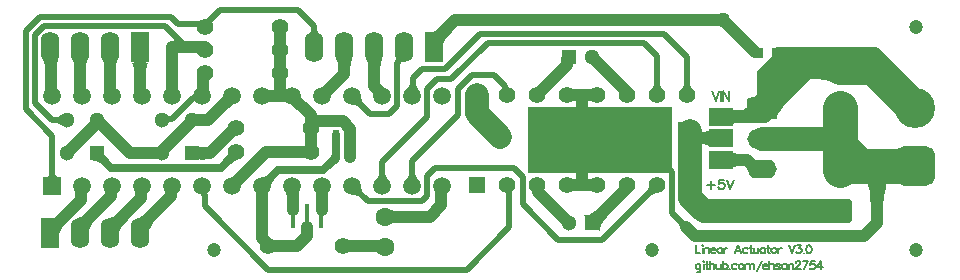
<source format=gtl>
G04*
G04 #@! TF.GenerationSoftware,Altium Limited,Altium Designer,21.4.1 (30)*
G04*
G04 Layer_Physical_Order=1*
G04 Layer_Color=255*
%FSLAX44Y44*%
%MOMM*%
G71*
G04*
G04 #@! TF.SameCoordinates,BDAD26CE-3B89-4697-9247-DFE5EB3C9538*
G04*
G04*
G04 #@! TF.FilePolarity,Positive*
G04*
G01*
G75*
%ADD12C,0.2000*%
G04:AMPARAMS|DCode=22|XSize=3.4mm|YSize=3.4mm|CornerRadius=0.85mm|HoleSize=0mm|Usage=FLASHONLY|Rotation=0.000|XOffset=0mm|YOffset=0mm|HoleType=Round|Shape=RoundedRectangle|*
%AMROUNDEDRECTD22*
21,1,3.4000,1.7000,0,0,0.0*
21,1,1.7000,3.4000,0,0,0.0*
1,1,1.7000,0.8500,-0.8500*
1,1,1.7000,-0.8500,-0.8500*
1,1,1.7000,-0.8500,0.8500*
1,1,1.7000,0.8500,0.8500*
%
%ADD22ROUNDEDRECTD22*%
%ADD23C,3.4000*%
%ADD24R,0.6000X0.8500*%
%ADD25R,0.4000X2.0000*%
%ADD26R,2.0000X1.5000*%
%ADD46C,1.3000*%
%ADD47R,1.3000X1.3000*%
%ADD50C,0.5000*%
%ADD51C,1.0000*%
%ADD52C,2.0000*%
%ADD53C,0.7000*%
%ADD54C,3.0000*%
%ADD55R,12.1920X5.5880*%
%ADD56C,1.2000*%
%ADD57C,1.3970*%
%ADD58O,1.6000X2.6000*%
%ADD59R,1.6000X2.6000*%
%ADD60C,1.4000*%
%ADD61R,1.4000X1.4000*%
%ADD62R,1.3000X1.3000*%
%ADD63R,2.5000X1.8000*%
%ADD64O,2.5000X1.6000*%
G04:AMPARAMS|DCode=65|XSize=2mm|YSize=2mm|CornerRadius=0.25mm|HoleSize=0mm|Usage=FLASHONLY|Rotation=270.000|XOffset=0mm|YOffset=0mm|HoleType=Round|Shape=RoundedRectangle|*
%AMROUNDEDRECTD65*
21,1,2.0000,1.5000,0,0,270.0*
21,1,1.5000,2.0000,0,0,270.0*
1,1,0.5000,-0.7500,-0.7500*
1,1,0.5000,-0.7500,0.7500*
1,1,0.5000,0.7500,0.7500*
1,1,0.5000,0.7500,-0.7500*
%
%ADD65ROUNDEDRECTD65*%
%ADD66C,2.0000*%
%ADD67C,1.5000*%
%ADD68R,1.5000X1.5000*%
%ADD69C,1.6000*%
%ADD70C,1.2700*%
G36*
X915021Y1098250D02*
X913038Y1096196D01*
X909920Y1092515D01*
X908786Y1090888D01*
X907934Y1089403D01*
X907365Y1088060D01*
X907080Y1086859D01*
X907077Y1085800D01*
X907356Y1084882D01*
X907919Y1084107D01*
X893807Y1098219D01*
X894582Y1097656D01*
X895500Y1097377D01*
X896559Y1097380D01*
X897760Y1097665D01*
X899103Y1098234D01*
X900588Y1099086D01*
X902215Y1100220D01*
X903985Y1101637D01*
X907950Y1105321D01*
X915021Y1098250D01*
D02*
G37*
G36*
X800903Y1101671D02*
X801083Y1099686D01*
X801241Y1098880D01*
X801444Y1098197D01*
X801692Y1097639D01*
X801986Y1097205D01*
X802324Y1096895D01*
X802708Y1096709D01*
X803137Y1096647D01*
X793623D01*
X794052Y1096709D01*
X794436Y1096895D01*
X794774Y1097205D01*
X795068Y1097639D01*
X795316Y1098197D01*
X795519Y1098880D01*
X795677Y1099686D01*
X795790Y1100617D01*
X795857Y1101671D01*
X795880Y1102850D01*
X800880D01*
X800903Y1101671D01*
D02*
G37*
G36*
X682851Y1095905D02*
X688524Y1090937D01*
X689090Y1090591D01*
X689546Y1090384D01*
X689894Y1090315D01*
X686964Y1087385D01*
X689891Y1085315D01*
Y1080315D01*
Y1080315D01*
X679137Y1090315D01*
X679523Y1090350D01*
X679794Y1090456D01*
X679950Y1090633D01*
X679991Y1090881D01*
X679917Y1091199D01*
X679728Y1091588D01*
X679423Y1092047D01*
X678469Y1093179D01*
X677820Y1093850D01*
X678019Y1093709D01*
X681526Y1097216D01*
X682851Y1095905D01*
D02*
G37*
G36*
X1234232Y1056398D02*
X1233578Y1056764D01*
X1232629Y1057092D01*
X1231382Y1057381D01*
X1229839Y1057631D01*
X1225863Y1058016D01*
X1217673Y1058305D01*
X1214350Y1058324D01*
Y1066522D01*
X1197113Y1049285D01*
X1204156Y1043988D01*
X1201469Y1041243D01*
X1195105Y1034009D01*
X1193549Y1031932D01*
X1192276Y1030021D01*
X1191286Y1028278D01*
X1190579Y1026701D01*
X1190155Y1025291D01*
X1190014Y1024048D01*
X1177544Y1033018D01*
X1173480D01*
Y1035941D01*
X1165074Y1041988D01*
X1166887Y1042129D01*
X1168807Y1042553D01*
X1170834Y1043260D01*
X1172967Y1044250D01*
X1173480Y1044541D01*
Y1065051D01*
X1188437Y1080008D01*
X1227836D01*
X1226786Y1078958D01*
X1231382Y1079268D01*
X1232629Y1079556D01*
X1233578Y1079884D01*
X1234232Y1080250D01*
Y1056398D01*
D02*
G37*
G36*
X856123Y1076276D02*
X855715Y1075254D01*
X855355Y1074148D01*
X855043Y1072959D01*
X854564Y1070331D01*
X854396Y1068891D01*
X854204Y1065763D01*
X854180Y1064074D01*
X844180D01*
X844156Y1065763D01*
X843796Y1070331D01*
X843580Y1071686D01*
X843005Y1074148D01*
X842645Y1075254D01*
X842237Y1076276D01*
X841781Y1077215D01*
X856579D01*
X856123Y1076276D01*
D02*
G37*
G36*
X830723D02*
X830315Y1075254D01*
X829955Y1074148D01*
X829643Y1072959D01*
X829164Y1070331D01*
X828996Y1068891D01*
X828804Y1065763D01*
X828780Y1064074D01*
X818780D01*
X818756Y1065763D01*
X818396Y1070331D01*
X818180Y1071686D01*
X817605Y1074148D01*
X817245Y1075254D01*
X816837Y1076276D01*
X816382Y1077215D01*
X831179D01*
X830723Y1076276D01*
D02*
G37*
G36*
X632539Y1075976D02*
X632131Y1074954D01*
X631771Y1073848D01*
X631460Y1072659D01*
X630980Y1070031D01*
X630812Y1068591D01*
X630620Y1065463D01*
X630596Y1063774D01*
X620596D01*
X620572Y1065463D01*
X620212Y1070031D01*
X619996Y1071386D01*
X619421Y1073848D01*
X619061Y1074954D01*
X618653Y1075976D01*
X618198Y1076915D01*
X632994D01*
X632539Y1075976D01*
D02*
G37*
G36*
X607139D02*
X606731Y1074954D01*
X606371Y1073848D01*
X606059Y1072659D01*
X605580Y1070031D01*
X605412Y1068591D01*
X605220Y1065463D01*
X605196Y1063774D01*
X595196D01*
X595172Y1065463D01*
X594812Y1070031D01*
X594596Y1071386D01*
X594021Y1073848D01*
X593661Y1074954D01*
X593253Y1075976D01*
X592798Y1076915D01*
X607594D01*
X607139Y1075976D01*
D02*
G37*
G36*
X581908Y1076285D02*
X581652Y1075521D01*
X581426Y1074623D01*
X581230Y1073592D01*
X580929Y1071128D01*
X580748Y1068130D01*
X580688Y1064597D01*
X570688Y1063139D01*
X570662Y1064934D01*
X570280Y1069578D01*
X570050Y1070879D01*
X569770Y1072057D01*
X569438Y1073111D01*
X569056Y1074041D01*
X568622Y1074848D01*
X568138Y1075531D01*
X582195Y1076915D01*
X581908Y1076285D01*
D02*
G37*
G36*
X658401Y1071910D02*
X657896Y1071610D01*
X657451Y1071111D01*
X657065Y1070411D01*
X656738Y1069510D01*
X656471Y1068410D01*
X656263Y1067111D01*
X656115Y1065611D01*
X655996Y1062010D01*
X645996D01*
X645966Y1063911D01*
X645729Y1067111D01*
X645521Y1068410D01*
X645254Y1069510D01*
X644927Y1070411D01*
X644541Y1071111D01*
X644096Y1071610D01*
X643591Y1071910D01*
X643027Y1072010D01*
X658966D01*
X658401Y1071910D01*
D02*
G37*
G36*
X1116568Y1054511D02*
X1116640Y1053865D01*
X1116760Y1053239D01*
X1116928Y1052634D01*
X1117144Y1052050D01*
X1117408Y1051487D01*
X1117720Y1050944D01*
X1118080Y1050421D01*
X1118488Y1049920D01*
X1118944Y1049439D01*
X1109144D01*
X1109600Y1049920D01*
X1110008Y1050421D01*
X1110368Y1050944D01*
X1110680Y1051487D01*
X1110944Y1052050D01*
X1111160Y1052634D01*
X1111328Y1053239D01*
X1111448Y1053865D01*
X1111520Y1054511D01*
X1111544Y1055178D01*
X1116544D01*
X1116568Y1054511D01*
D02*
G37*
G36*
X1091168D02*
X1091240Y1053865D01*
X1091360Y1053239D01*
X1091528Y1052634D01*
X1091744Y1052050D01*
X1092008Y1051487D01*
X1092320Y1050944D01*
X1092680Y1050421D01*
X1093088Y1049920D01*
X1093544Y1049439D01*
X1083744D01*
X1084200Y1049920D01*
X1084608Y1050421D01*
X1084968Y1050944D01*
X1085280Y1051487D01*
X1085544Y1052050D01*
X1085760Y1052634D01*
X1085928Y1053239D01*
X1086048Y1053865D01*
X1086120Y1054511D01*
X1086144Y1055178D01*
X1091144D01*
X1091168Y1054511D01*
D02*
G37*
G36*
X683180Y1054030D02*
X683430Y1049296D01*
X672930Y1049296D01*
X672978Y1049388D01*
X673020Y1049564D01*
X673057Y1049825D01*
X673118Y1050602D01*
X673177Y1053175D01*
X673180Y1054030D01*
X683180Y1054030D01*
D02*
G37*
G36*
X884402Y1055304D02*
X884428Y1054616D01*
X884505Y1053939D01*
X884635Y1053272D01*
X884816Y1052617D01*
X885049Y1051973D01*
X885334Y1051340D01*
X885670Y1050718D01*
X886058Y1050107D01*
X886498Y1049507D01*
X886990Y1048918D01*
X876516Y1049649D01*
X877064Y1050152D01*
X877555Y1050677D01*
X877988Y1051224D01*
X878363Y1051793D01*
X878680Y1052385D01*
X878940Y1052999D01*
X879142Y1053634D01*
X879286Y1054292D01*
X879373Y1054972D01*
X879402Y1055675D01*
X884402Y1055304D01*
D02*
G37*
G36*
X580693Y1053861D02*
X580917Y1050469D01*
X580987Y1050191D01*
X581067Y1049996D01*
X581156Y1049883D01*
X570730Y1048634D01*
X570688Y1053081D01*
X580688Y1054715D01*
X580693Y1053861D01*
D02*
G37*
G36*
X709537Y1052997D02*
X709470Y1048583D01*
X699056Y1049922D01*
X699147Y1050036D01*
X699229Y1050232D01*
X699301Y1050510D01*
X699364Y1050870D01*
X699417Y1051312D01*
X699518Y1053133D01*
X699537Y1054757D01*
X709537Y1052997D01*
D02*
G37*
G36*
X656002Y1054364D02*
X656215Y1051337D01*
X656294Y1050977D01*
X656386Y1050700D01*
X656489Y1050504D01*
X656605Y1050391D01*
X646407Y1047894D01*
X645996Y1051638D01*
X655996Y1055216D01*
X656002Y1054364D01*
D02*
G37*
G36*
X630602D02*
X630815Y1051337D01*
X630895Y1050977D01*
X630986Y1050700D01*
X631090Y1050504D01*
X631205Y1050391D01*
X621007Y1047894D01*
X620596Y1051638D01*
X630596Y1055216D01*
X630602Y1054364D01*
D02*
G37*
G36*
X605202D02*
X605415Y1051337D01*
X605494Y1050977D01*
X605586Y1050700D01*
X605690Y1050504D01*
X605805Y1050391D01*
X595607Y1047894D01*
X595196Y1051638D01*
X605196Y1055216D01*
X605202Y1054364D01*
D02*
G37*
G36*
X815850Y1047539D02*
X812680Y1044015D01*
X805255Y1051440D01*
X805353Y1051471D01*
X805508Y1051565D01*
X805719Y1051723D01*
X806311Y1052231D01*
X808173Y1054007D01*
X808779Y1054610D01*
X815850Y1047539D01*
D02*
G37*
G36*
X838097Y1043109D02*
X838165Y1042379D01*
X838284Y1041677D01*
X838453Y1041002D01*
X838673Y1040355D01*
X838943Y1039735D01*
X839264Y1039141D01*
X839635Y1038576D01*
X840057Y1038037D01*
X840530Y1037526D01*
X836994Y1033990D01*
X836483Y1034463D01*
X835944Y1034885D01*
X835378Y1035256D01*
X834785Y1035577D01*
X834165Y1035847D01*
X833518Y1036067D01*
X832843Y1036236D01*
X832141Y1036355D01*
X831412Y1036423D01*
X830655Y1036440D01*
X838080Y1043865D01*
X838097Y1043109D01*
D02*
G37*
G36*
X728905Y1036440D02*
X728807Y1036409D01*
X728652Y1036315D01*
X728441Y1036156D01*
X727849Y1035649D01*
X725987Y1033873D01*
X725381Y1033270D01*
X718310Y1040341D01*
X721480Y1043865D01*
X728905Y1036440D01*
D02*
G37*
G36*
X1165074Y1024048D02*
X1162461Y1023336D01*
Y1021321D01*
X1160562Y1021296D01*
X1156061Y1020926D01*
X1154961Y1020704D01*
X1154062Y1020432D01*
X1153362Y1020111D01*
X1152861Y1019741D01*
X1152561Y1019321D01*
X1152461Y1018851D01*
Y1033791D01*
X1152561Y1033321D01*
X1152861Y1032902D01*
X1153362Y1032531D01*
X1154062Y1032210D01*
X1154961Y1031938D01*
X1156061Y1031716D01*
X1157362Y1031543D01*
X1158286Y1031486D01*
X1158681Y1031521D01*
X1160185Y1031771D01*
X1161488Y1032121D01*
X1162591Y1032571D01*
X1163494Y1033121D01*
X1164197Y1033771D01*
X1164700Y1034521D01*
X1165002Y1035371D01*
X1165105Y1036321D01*
X1165074Y1024048D01*
D02*
G37*
G36*
X583884Y1018805D02*
X583494Y1019213D01*
X583076Y1019578D01*
X582631Y1019900D01*
X582157Y1020179D01*
X581656Y1020415D01*
X581127Y1020608D01*
X580570Y1020758D01*
X579986Y1020865D01*
X579374Y1020930D01*
X578734Y1020951D01*
X579036Y1025951D01*
X579670Y1025971D01*
X580283Y1026029D01*
X580874Y1026126D01*
X581442Y1026262D01*
X581989Y1026436D01*
X582513Y1026650D01*
X583016Y1026902D01*
X583496Y1027193D01*
X583954Y1027523D01*
X584390Y1027891D01*
X583884Y1018805D01*
D02*
G37*
G36*
X1099526Y1013254D02*
X1099446Y1013104D01*
X1099376Y1012855D01*
X1099315Y1012505D01*
X1099263Y1012055D01*
X1099165Y1010105D01*
X1099146Y1008305D01*
X1094146D01*
X1094141Y1009255D01*
X1093916Y1012855D01*
X1093846Y1013104D01*
X1093766Y1013254D01*
X1093677Y1013305D01*
X1099615D01*
X1099526Y1013254D01*
D02*
G37*
G36*
X1132776Y1000564D02*
X1132676Y1001033D01*
X1132376Y1001452D01*
X1131877Y1001823D01*
X1131177Y1002144D01*
X1130276Y1002416D01*
X1129176Y1002638D01*
X1127877Y1002811D01*
X1124677Y1003008D01*
X1122776Y1003033D01*
Y1013033D01*
X1124677Y1013058D01*
X1129176Y1013428D01*
X1130276Y1013650D01*
X1131177Y1013922D01*
X1131877Y1014243D01*
X1132376Y1014613D01*
X1132676Y1015033D01*
X1132776Y1015502D01*
Y1000564D01*
D02*
G37*
G36*
X1099151Y1004457D02*
X1099376Y1000857D01*
X1099446Y1000608D01*
X1099526Y1000458D01*
X1099615Y1000407D01*
X1093677D01*
X1093766Y1000458D01*
X1093846Y1000608D01*
X1093916Y1000857D01*
X1093977Y1001208D01*
X1094029Y1001657D01*
X1094127Y1003607D01*
X1094146Y1005407D01*
X1099146D01*
X1099151Y1004457D01*
D02*
G37*
G36*
X701750Y1001280D02*
X701996Y1001031D01*
X702406Y1000810D01*
X702980Y1000619D01*
X703719Y1000457D01*
X704622Y1000325D01*
X706919Y1000149D01*
X709874Y1000090D01*
Y990090D01*
X708314Y990075D01*
X703719Y989723D01*
X702980Y989561D01*
X702406Y989370D01*
X701996Y989149D01*
X701750Y988900D01*
X701667Y988621D01*
Y1001560D01*
X701750Y1001280D01*
D02*
G37*
G36*
X732466Y988949D02*
X732069Y988926D01*
X731656Y988847D01*
X731227Y988712D01*
X730781Y988522D01*
X730320Y988277D01*
X729843Y987977D01*
X729349Y987621D01*
X728840Y987210D01*
X727773Y986221D01*
X722823Y991171D01*
X723345Y991712D01*
X724223Y992747D01*
X724579Y993241D01*
X724879Y993718D01*
X725124Y994179D01*
X725314Y994625D01*
X725449Y995054D01*
X725528Y995467D01*
X725551Y995864D01*
X732466Y988949D01*
D02*
G37*
G36*
X620246Y997976D02*
X620047Y997332D01*
Y996590D01*
X620246Y995748D01*
X620642Y994808D01*
X621236Y993768D01*
X622027Y992630D01*
X623017Y991392D01*
X625591Y988621D01*
X620642Y983671D01*
X619206Y985057D01*
X616632Y987235D01*
X615494Y988027D01*
X614454Y988621D01*
X613514Y989016D01*
X612672Y989214D01*
X611930D01*
X611287Y989016D01*
X610742Y988621D01*
X620642Y998520D01*
X620246Y997976D01*
D02*
G37*
G36*
X819454Y987651D02*
X819026Y987601D01*
X818539Y987452D01*
X817993Y987205D01*
X817388Y986859D01*
X816724Y986413D01*
X816001Y985869D01*
X814376Y984483D01*
X812514Y982701D01*
X808565Y988651D01*
X809505Y989616D01*
X811733Y992217D01*
X812277Y992985D01*
X812722Y993704D01*
X813069Y994374D01*
X813316Y994995D01*
X813465Y995567D01*
X813514Y996089D01*
X819454Y987651D01*
D02*
G37*
G36*
X1152561Y996491D02*
X1152861Y996071D01*
X1153362Y995701D01*
X1154062Y995380D01*
X1154961Y995108D01*
X1156061Y994886D01*
X1157362Y994713D01*
X1160562Y994516D01*
X1162461Y994491D01*
Y984491D01*
X1160562Y984466D01*
X1156061Y984096D01*
X1154961Y983874D01*
X1154062Y983602D01*
X1153362Y983281D01*
X1152861Y982911D01*
X1152561Y982491D01*
X1152461Y982021D01*
Y996961D01*
X1152561Y996491D01*
D02*
G37*
G36*
X579105Y979254D02*
X579180Y978399D01*
X579305Y977644D01*
X579480Y976990D01*
X579705Y976437D01*
X579980Y975984D01*
X580305Y975632D01*
X580680Y975380D01*
X581105Y975229D01*
X581580Y975179D01*
X571580D01*
X572055Y975229D01*
X572480Y975380D01*
X572855Y975632D01*
X573180Y975984D01*
X573455Y976437D01*
X573680Y976990D01*
X573855Y977644D01*
X573980Y978399D01*
X574055Y979254D01*
X574080Y980210D01*
X579080D01*
X579105Y979254D01*
D02*
G37*
G36*
X883907Y978615D02*
X883990Y977936D01*
X884128Y977273D01*
X884320Y976627D01*
X884567Y975998D01*
X884870Y975384D01*
X885228Y974788D01*
X885640Y974207D01*
X886107Y973643D01*
X886630Y973096D01*
X876130D01*
X876653Y973643D01*
X877120Y974207D01*
X877533Y974788D01*
X877890Y975384D01*
X878193Y975998D01*
X878440Y976627D01*
X878633Y977273D01*
X878770Y977936D01*
X878852Y978615D01*
X878880Y979311D01*
X883880D01*
X883907Y978615D01*
D02*
G37*
G36*
X858508D02*
X858590Y977936D01*
X858727Y977273D01*
X858920Y976627D01*
X859167Y975998D01*
X859470Y975384D01*
X859827Y974788D01*
X860240Y974207D01*
X860707Y973643D01*
X861230Y973096D01*
X850730D01*
X851253Y973643D01*
X851720Y974207D01*
X852132Y974788D01*
X852490Y975384D01*
X852793Y975998D01*
X853040Y976627D01*
X853232Y977273D01*
X853370Y977936D01*
X853453Y978615D01*
X853480Y979311D01*
X858480D01*
X858508Y978615D01*
D02*
G37*
G36*
X766451Y974861D02*
X764383Y972778D01*
X764182Y972567D01*
X763265Y971452D01*
X762893Y970907D01*
X762579Y970371D01*
X762324Y969843D01*
X762126Y969323D01*
X761986Y968812D01*
X761904Y968309D01*
X761880Y967815D01*
X760664Y969031D01*
X759380Y967737D01*
X754377Y972740D01*
X754458Y972811D01*
X755542Y973871D01*
X755683Y974012D01*
X754455Y975240D01*
X754949Y975264D01*
X755452Y975346D01*
X755963Y975486D01*
X756483Y975684D01*
X757011Y975939D01*
X757547Y976253D01*
X758092Y976625D01*
X758645Y977054D01*
X759207Y977542D01*
X759639Y977955D01*
X761501Y979811D01*
X766451Y974861D01*
D02*
G37*
G36*
X739650Y971339D02*
X736480Y967815D01*
X729055Y975240D01*
X729153Y975271D01*
X729308Y975365D01*
X729519Y975524D01*
X730111Y976031D01*
X731973Y977807D01*
X732579Y978410D01*
X739650Y971339D01*
D02*
G37*
G36*
X1088574Y961240D02*
X1087912Y961223D01*
X1087268Y961157D01*
X1086645Y961042D01*
X1086040Y960879D01*
X1085455Y960667D01*
X1084889Y960406D01*
X1084342Y960097D01*
X1083815Y959740D01*
X1083307Y959334D01*
X1082819Y958879D01*
X1079283Y962415D01*
X1079738Y962903D01*
X1080144Y963411D01*
X1080501Y963938D01*
X1080810Y964485D01*
X1081071Y965051D01*
X1081283Y965636D01*
X1081446Y966241D01*
X1081561Y966864D01*
X1081627Y967507D01*
X1081644Y968170D01*
X1088574Y961240D01*
D02*
G37*
G36*
X838097Y966908D02*
X838165Y966179D01*
X838284Y965477D01*
X838453Y964802D01*
X838673Y964155D01*
X838943Y963535D01*
X839264Y962942D01*
X839635Y962376D01*
X840057Y961837D01*
X840530Y961326D01*
X836994Y957790D01*
X836483Y958263D01*
X835944Y958685D01*
X835378Y959056D01*
X834785Y959377D01*
X834165Y959647D01*
X833518Y959867D01*
X832843Y960036D01*
X832141Y960155D01*
X831412Y960223D01*
X830655Y960240D01*
X838080Y967665D01*
X838097Y966908D01*
D02*
G37*
G36*
X759583Y962292D02*
X759540Y962116D01*
X759502Y961855D01*
X759443Y961078D01*
X759382Y958505D01*
X759380Y957650D01*
X749380D01*
X749130Y962384D01*
X759630D01*
X759583Y962292D01*
D02*
G37*
G36*
X785152Y962461D02*
X785121Y962294D01*
X785093Y962040D01*
X785032Y960764D01*
X785003Y957858D01*
X775003Y957458D01*
X775000Y958313D01*
X774751Y962131D01*
X774692Y962230D01*
X785187Y962542D01*
X785152Y962461D01*
D02*
G37*
G36*
X810079Y962061D02*
X810007Y961954D01*
X809943Y961765D01*
X809887Y961492D01*
X809838Y961137D01*
X809763Y960176D01*
X809703Y957257D01*
X799703Y958116D01*
X799600Y962729D01*
X810079Y962061D01*
D02*
G37*
G36*
X911304Y961758D02*
X911213Y961644D01*
X911131Y961448D01*
X911059Y961170D01*
X910996Y960810D01*
X910944Y960368D01*
X910843Y958547D01*
X910823Y956923D01*
X900823Y958683D01*
X900890Y963097D01*
X911304Y961758D01*
D02*
G37*
G36*
X606431Y961704D02*
X606354Y961602D01*
X606284Y961416D01*
X606223Y961147D01*
X606170Y960795D01*
X606089Y959838D01*
X606027Y957777D01*
X606023Y956923D01*
X596023Y958683D01*
X596146Y963027D01*
X606431Y961704D01*
D02*
G37*
G36*
X1284627Y972579D02*
X1283672Y970786D01*
X1282831Y968547D01*
X1282101Y965862D01*
X1281483Y962730D01*
X1280978Y959153D01*
X1280305Y950661D01*
X1280080Y940384D01*
X1270080D01*
X1270024Y945745D01*
X1268677Y962730D01*
X1268059Y965862D01*
X1267329Y968547D01*
X1266488Y970786D01*
X1265533Y972579D01*
X1264467Y973926D01*
X1285693D01*
X1284627Y972579D01*
D02*
G37*
G36*
X593272Y941035D02*
X590744Y938436D01*
X585113Y931749D01*
X583886Y929889D01*
X582985Y928213D01*
X582410Y926722D01*
X582159Y925416D01*
X582234Y924294D01*
X582635Y923357D01*
X571348Y940293D01*
X571996Y939604D01*
X572814Y939225D01*
X573803Y939158D01*
X574962Y939401D01*
X576291Y939956D01*
X577790Y940822D01*
X579460Y941998D01*
X581300Y943486D01*
X585490Y947395D01*
X593272Y941035D01*
D02*
G37*
G36*
X864392Y947064D02*
X864635Y946962D01*
X864960Y946872D01*
X865368Y946794D01*
X865860Y946728D01*
X867093Y946632D01*
X869565Y946578D01*
Y936578D01*
X868658Y936572D01*
X865368Y936362D01*
X864960Y936284D01*
X864635Y936194D01*
X864392Y936092D01*
X864233Y935978D01*
Y947178D01*
X864392Y947064D01*
D02*
G37*
G36*
X1106497Y943024D02*
X1112169Y938055D01*
X1112735Y937710D01*
X1113191Y937503D01*
X1113539Y937434D01*
X1108536Y932431D01*
X1108467Y932779D01*
X1108260Y933235D01*
X1107915Y933801D01*
X1107431Y934475D01*
X1106051Y936148D01*
X1102946Y939473D01*
X1101635Y940799D01*
X1105171Y944335D01*
X1106497Y943024D01*
D02*
G37*
G36*
X1047235Y942713D02*
X1045891Y941311D01*
X1043628Y938579D01*
X1042709Y937249D01*
X1041931Y935943D01*
X1041295Y934661D01*
X1040800Y933403D01*
X1040446Y932170D01*
X1040234Y930960D01*
X1040163Y929774D01*
X1027225Y942713D01*
X1028410Y942784D01*
X1029620Y942996D01*
X1030854Y943350D01*
X1032111Y943845D01*
X1033393Y944481D01*
X1034699Y945259D01*
X1036029Y946178D01*
X1037383Y947239D01*
X1038761Y948441D01*
X1040163Y949785D01*
X1047235Y942713D01*
D02*
G37*
G36*
X615052Y940675D02*
X613146Y938699D01*
X610140Y935130D01*
X609040Y933537D01*
X608208Y932071D01*
X607644Y930733D01*
X607349Y929522D01*
X607322Y928439D01*
X607564Y927484D01*
X608074Y926656D01*
X597031Y939753D01*
X597901Y940061D01*
X598813Y940470D01*
X599767Y940980D01*
X600763Y941592D01*
X602881Y943119D01*
X604003Y944035D01*
X607623Y947388D01*
X615052Y940675D01*
D02*
G37*
G36*
X665891Y940278D02*
X663988Y938305D01*
X660983Y934737D01*
X659881Y933142D01*
X659046Y931673D01*
X658478Y930330D01*
X658176Y929113D01*
X658142Y928023D01*
X658374Y927058D01*
X658874Y926220D01*
X647831Y939753D01*
X648818Y940094D01*
X649829Y940529D01*
X650865Y941057D01*
X651927Y941677D01*
X654124Y943196D01*
X655261Y944095D01*
X657609Y946172D01*
X658820Y947349D01*
X665891Y940278D01*
D02*
G37*
G36*
X640575Y938812D02*
X638744Y936910D01*
X635828Y933432D01*
X634744Y931855D01*
X633910Y930387D01*
X633324Y929026D01*
X632988Y927775D01*
X632901Y926631D01*
X633063Y925596D01*
X633474Y924670D01*
X623934Y940208D01*
X624819Y940354D01*
X625748Y940620D01*
X626719Y941007D01*
X627734Y941515D01*
X628791Y942144D01*
X629891Y942894D01*
X631034Y943764D01*
X633449Y945867D01*
X634721Y947100D01*
X640575Y938812D01*
D02*
G37*
G36*
X852547Y910856D02*
X852380Y910990D01*
X852132Y911109D01*
X851802Y911215D01*
X851389Y911306D01*
X850894Y911383D01*
X849658Y911496D01*
X848094Y911552D01*
X847188Y911559D01*
X847800Y921559D01*
X848709Y921564D01*
X852385Y921796D01*
X852702Y921869D01*
X852933Y921952D01*
X853080Y922044D01*
X852547Y910856D01*
D02*
G37*
D12*
X1121378Y917419D02*
Y910420D01*
X1125377D01*
X1126810Y917419D02*
X1127143Y917085D01*
X1127477Y917419D01*
X1127143Y917752D01*
X1126810Y917419D01*
X1127143Y915086D02*
Y910420D01*
X1128710Y915086D02*
Y910420D01*
Y913753D02*
X1129710Y914753D01*
X1130376Y915086D01*
X1131376D01*
X1132042Y914753D01*
X1132376Y913753D01*
Y910420D01*
X1134209Y913086D02*
X1138208D01*
Y913753D01*
X1137875Y914419D01*
X1137541Y914753D01*
X1136875Y915086D01*
X1135875D01*
X1135208Y914753D01*
X1134542Y914086D01*
X1134209Y913086D01*
Y912420D01*
X1134542Y911420D01*
X1135208Y910754D01*
X1135875Y910420D01*
X1136875D01*
X1137541Y910754D01*
X1138208Y911420D01*
X1143707Y915086D02*
Y910420D01*
Y914086D02*
X1143040Y914753D01*
X1142374Y915086D01*
X1141374D01*
X1140707Y914753D01*
X1140041Y914086D01*
X1139707Y913086D01*
Y912420D01*
X1140041Y911420D01*
X1140707Y910754D01*
X1141374Y910420D01*
X1142374D01*
X1143040Y910754D01*
X1143707Y911420D01*
X1145573Y915086D02*
Y910420D01*
Y913086D02*
X1145906Y914086D01*
X1146573Y914753D01*
X1147239Y915086D01*
X1148239D01*
X1159703Y910420D02*
X1157037Y917419D01*
X1154371Y910420D01*
X1155371Y912753D02*
X1158703D01*
X1165335Y914086D02*
X1164669Y914753D01*
X1164002Y915086D01*
X1163002D01*
X1162336Y914753D01*
X1161669Y914086D01*
X1161336Y913086D01*
Y912420D01*
X1161669Y911420D01*
X1162336Y910754D01*
X1163002Y910420D01*
X1164002D01*
X1164669Y910754D01*
X1165335Y911420D01*
X1167835Y917419D02*
Y911753D01*
X1168168Y910754D01*
X1168835Y910420D01*
X1169501D01*
X1166835Y915086D02*
X1169168D01*
X1170501D02*
Y911753D01*
X1170834Y910754D01*
X1171501Y910420D01*
X1172500D01*
X1173167Y910754D01*
X1174167Y911753D01*
Y915086D02*
Y910420D01*
X1179999Y915086D02*
Y910420D01*
Y914086D02*
X1179332Y914753D01*
X1178666Y915086D01*
X1177666D01*
X1176999Y914753D01*
X1176333Y914086D01*
X1176000Y913086D01*
Y912420D01*
X1176333Y911420D01*
X1176999Y910754D01*
X1177666Y910420D01*
X1178666D01*
X1179332Y910754D01*
X1179999Y911420D01*
X1182865Y917419D02*
Y911753D01*
X1183198Y910754D01*
X1183865Y910420D01*
X1184531D01*
X1181865Y915086D02*
X1184198D01*
X1187197D02*
X1186531Y914753D01*
X1185864Y914086D01*
X1185531Y913086D01*
Y912420D01*
X1185864Y911420D01*
X1186531Y910754D01*
X1187197Y910420D01*
X1188197D01*
X1188864Y910754D01*
X1189530Y911420D01*
X1189863Y912420D01*
Y913086D01*
X1189530Y914086D01*
X1188864Y914753D01*
X1188197Y915086D01*
X1187197D01*
X1191396D02*
Y910420D01*
Y913086D02*
X1191730Y914086D01*
X1192396Y914753D01*
X1193063Y915086D01*
X1194062D01*
X1200194Y917419D02*
X1202861Y910420D01*
X1205527Y917419D02*
X1202861Y910420D01*
X1207093Y917419D02*
X1210759D01*
X1208759Y914753D01*
X1209759D01*
X1210426Y914419D01*
X1210759Y914086D01*
X1211092Y913086D01*
Y912420D01*
X1210759Y911420D01*
X1210092Y910754D01*
X1209093Y910420D01*
X1208093D01*
X1207093Y910754D01*
X1206760Y911087D01*
X1206426Y911753D01*
X1212992Y911087D02*
X1212658Y910754D01*
X1212992Y910420D01*
X1213325Y910754D01*
X1212992Y911087D01*
X1216858Y917419D02*
X1215858Y917085D01*
X1215191Y916086D01*
X1214858Y914419D01*
Y913420D01*
X1215191Y911753D01*
X1215858Y910754D01*
X1216858Y910420D01*
X1217524D01*
X1218524Y910754D01*
X1219191Y911753D01*
X1219524Y913420D01*
Y914419D01*
X1219191Y916086D01*
X1218524Y917085D01*
X1217524Y917419D01*
X1216858D01*
X1125377Y901554D02*
Y896222D01*
X1125044Y895222D01*
X1124711Y894889D01*
X1124044Y894556D01*
X1123044D01*
X1122378Y894889D01*
X1125377Y900555D02*
X1124711Y901221D01*
X1124044Y901554D01*
X1123044D01*
X1122378Y901221D01*
X1121711Y900555D01*
X1121378Y899555D01*
Y898888D01*
X1121711Y897889D01*
X1122378Y897222D01*
X1123044Y896889D01*
X1124044D01*
X1124711Y897222D01*
X1125377Y897889D01*
X1127910Y903887D02*
X1128243Y903554D01*
X1128577Y903887D01*
X1128243Y904221D01*
X1127910Y903887D01*
X1128243Y901554D02*
Y896889D01*
X1130809Y903887D02*
Y898222D01*
X1131143Y897222D01*
X1131809Y896889D01*
X1132476D01*
X1129809Y901554D02*
X1132142D01*
X1133475Y903887D02*
Y896889D01*
Y900221D02*
X1134475Y901221D01*
X1135142Y901554D01*
X1136142D01*
X1136808Y901221D01*
X1137141Y900221D01*
Y896889D01*
X1138974Y901554D02*
Y898222D01*
X1139307Y897222D01*
X1139974Y896889D01*
X1140974D01*
X1141640Y897222D01*
X1142640Y898222D01*
Y901554D02*
Y896889D01*
X1144473Y903887D02*
Y896889D01*
Y900555D02*
X1145140Y901221D01*
X1145806Y901554D01*
X1146806D01*
X1147472Y901221D01*
X1148139Y900555D01*
X1148472Y899555D01*
Y898888D01*
X1148139Y897889D01*
X1147472Y897222D01*
X1146806Y896889D01*
X1145806D01*
X1145140Y897222D01*
X1144473Y897889D01*
X1150305Y897555D02*
X1149972Y897222D01*
X1150305Y896889D01*
X1150638Y897222D01*
X1150305Y897555D01*
X1156171Y900555D02*
X1155504Y901221D01*
X1154837Y901554D01*
X1153838D01*
X1153171Y901221D01*
X1152505Y900555D01*
X1152171Y899555D01*
Y898888D01*
X1152505Y897889D01*
X1153171Y897222D01*
X1153838Y896889D01*
X1154837D01*
X1155504Y897222D01*
X1156171Y897889D01*
X1159336Y901554D02*
X1158670Y901221D01*
X1158003Y900555D01*
X1157670Y899555D01*
Y898888D01*
X1158003Y897889D01*
X1158670Y897222D01*
X1159336Y896889D01*
X1160336D01*
X1161003Y897222D01*
X1161669Y897889D01*
X1162003Y898888D01*
Y899555D01*
X1161669Y900555D01*
X1161003Y901221D01*
X1160336Y901554D01*
X1159336D01*
X1163536D02*
Y896889D01*
Y900221D02*
X1164535Y901221D01*
X1165202Y901554D01*
X1166202D01*
X1166868Y901221D01*
X1167202Y900221D01*
Y896889D01*
Y900221D02*
X1168201Y901221D01*
X1168868Y901554D01*
X1169868D01*
X1170534Y901221D01*
X1170867Y900221D01*
Y896889D01*
X1173067Y895889D02*
X1177733Y903887D01*
X1178199Y899555D02*
X1182198D01*
Y900221D01*
X1181865Y900888D01*
X1181532Y901221D01*
X1180865Y901554D01*
X1179865D01*
X1179199Y901221D01*
X1178532Y900555D01*
X1178199Y899555D01*
Y898888D01*
X1178532Y897889D01*
X1179199Y897222D01*
X1179865Y896889D01*
X1180865D01*
X1181532Y897222D01*
X1182198Y897889D01*
X1183698Y903887D02*
Y896889D01*
Y900221D02*
X1184698Y901221D01*
X1185364Y901554D01*
X1186364D01*
X1187031Y901221D01*
X1187364Y900221D01*
Y896889D01*
X1192863Y900555D02*
X1192530Y901221D01*
X1191530Y901554D01*
X1190530D01*
X1189530Y901221D01*
X1189197Y900555D01*
X1189530Y899888D01*
X1190197Y899555D01*
X1191863Y899222D01*
X1192530Y898888D01*
X1192863Y898222D01*
Y897889D01*
X1192530Y897222D01*
X1191530Y896889D01*
X1190530D01*
X1189530Y897222D01*
X1189197Y897889D01*
X1198328Y901554D02*
Y896889D01*
Y900555D02*
X1197662Y901221D01*
X1196995Y901554D01*
X1195995D01*
X1195329Y901221D01*
X1194662Y900555D01*
X1194329Y899555D01*
Y898888D01*
X1194662Y897889D01*
X1195329Y897222D01*
X1195995Y896889D01*
X1196995D01*
X1197662Y897222D01*
X1198328Y897889D01*
X1200194Y901554D02*
Y896889D01*
Y900221D02*
X1201194Y901221D01*
X1201861Y901554D01*
X1202861D01*
X1203527Y901221D01*
X1203860Y900221D01*
Y896889D01*
X1206027Y902221D02*
Y902554D01*
X1206360Y903221D01*
X1206693Y903554D01*
X1207360Y903887D01*
X1208693D01*
X1209359Y903554D01*
X1209693Y903221D01*
X1210026Y902554D01*
Y901888D01*
X1209693Y901221D01*
X1209026Y900221D01*
X1205693Y896889D01*
X1210359D01*
X1216591Y903887D02*
X1213258Y896889D01*
X1211925Y903887D02*
X1216591D01*
X1222157D02*
X1218824D01*
X1218491Y900888D01*
X1218824Y901221D01*
X1219824Y901554D01*
X1220824D01*
X1221823Y901221D01*
X1222490Y900555D01*
X1222823Y899555D01*
Y898888D01*
X1222490Y897889D01*
X1221823Y897222D01*
X1220824Y896889D01*
X1219824D01*
X1218824Y897222D01*
X1218491Y897555D01*
X1218157Y898222D01*
X1227722Y903887D02*
X1224389Y899222D01*
X1229388D01*
X1227722Y903887D02*
Y896889D01*
X1134703Y971770D02*
Y964914D01*
X1131275Y968342D02*
X1138131D01*
X1145063Y972912D02*
X1141254D01*
X1140873Y969484D01*
X1141254Y969865D01*
X1142397Y970246D01*
X1143539D01*
X1144682Y969865D01*
X1145444Y969104D01*
X1145825Y967961D01*
Y967199D01*
X1145444Y966057D01*
X1144682Y965295D01*
X1143539Y964914D01*
X1142397D01*
X1141254Y965295D01*
X1140873Y965676D01*
X1140492Y966438D01*
X1147615Y972912D02*
X1150662Y964914D01*
X1153709Y972912D02*
X1150662Y964914D01*
X1135427Y1047588D02*
X1138474Y1039590D01*
X1141521Y1047588D02*
X1138474Y1039590D01*
X1142549Y1047588D02*
Y1039590D01*
X1144225Y1047588D02*
Y1039590D01*
Y1047588D02*
X1149557Y1039590D01*
Y1047588D02*
Y1039590D01*
D22*
X1307084Y984526D02*
D03*
D23*
Y1033526D02*
D03*
D24*
X816484Y1010412D02*
D03*
X828928D02*
D03*
X816484Y991870D02*
D03*
X828928D02*
D03*
X1175993Y1080008D02*
D03*
X1188437D02*
D03*
X1096646Y996188D02*
D03*
X1109090D02*
D03*
X1096646Y1017524D02*
D03*
X1109090D02*
D03*
D25*
X804226Y941832D02*
D03*
X792226D02*
D03*
X780226D02*
D03*
D26*
X1142746Y1008033D02*
D03*
X1142492Y1026321D02*
D03*
Y989491D02*
D03*
D46*
X1013694Y936244D02*
D03*
X1033694Y1076631D02*
D03*
X669798Y1023090D02*
D03*
Y995090D02*
D03*
X695198Y1023090D02*
D03*
X588772D02*
D03*
Y995090D02*
D03*
X614172Y1023090D02*
D03*
D47*
X695198Y995090D02*
D03*
X614172D02*
D03*
D50*
X705521Y950559D02*
X759297Y896783D01*
X703580Y967740D02*
X705493Y965827D01*
X759297Y896783D02*
X927517D01*
X705493Y959839D02*
Y965827D01*
Y959839D02*
X705521Y959811D01*
Y950559D02*
Y959811D01*
X1101544Y944426D02*
X1113536Y932434D01*
X1101544Y944426D02*
Y978970D01*
X1095756Y984758D02*
X1101544Y978970D01*
X920496Y1027938D02*
Y1049962D01*
X932000Y1061466D01*
X950976D01*
X588772Y995090D02*
X589120Y994742D01*
X576580Y967740D02*
Y1009904D01*
X554216Y1032268D02*
X576580Y1009904D01*
X927517Y896783D02*
X963585Y932851D01*
X974852Y951992D02*
Y974852D01*
X963366Y961030D02*
Y966518D01*
Y961030D02*
X963585Y960811D01*
X961644Y968240D02*
X963366Y966518D01*
X963585Y932851D02*
Y960811D01*
X974852Y951992D02*
X1005078Y921766D01*
X967232Y982472D02*
X974852Y974852D01*
X900430Y982472D02*
X967232D01*
X893920Y959198D02*
Y975962D01*
X889508Y954786D02*
X893920Y959198D01*
X843534Y954786D02*
X889508D01*
X893920Y975962D02*
X900430Y982472D01*
X1005078Y921766D02*
X1042170D01*
X1088644Y968240D01*
X830580Y967740D02*
X843534Y954786D01*
X881380Y967740D02*
Y988822D01*
X920496Y1027938D01*
X894080Y1025652D02*
Y1050036D01*
X855980Y967740D02*
Y987552D01*
X894080Y1025652D01*
X938919Y1096264D02*
X1094740D01*
X914400Y1057910D02*
X945214Y1088724D01*
X915924Y1073269D02*
X938919Y1096264D01*
X945214Y1088724D02*
X1077722D01*
X1094740Y1096264D02*
X1114044Y1076960D01*
X1077722Y1088724D02*
X1088644Y1077802D01*
X894080Y1050036D02*
X901954Y1057910D01*
X914400D01*
X915924Y1073096D02*
Y1073269D01*
X959922Y1046162D02*
X961644Y1044440D01*
X959922Y1046162D02*
Y1052520D01*
X950976Y1061466D02*
X959922Y1052520D01*
X1088644Y1044440D02*
Y1077802D01*
X1114044Y1044440D02*
Y1076960D01*
X889254Y1066292D02*
X909120D01*
X915924Y1073096D01*
X881902Y1058940D02*
X889254Y1066292D01*
X881902Y1044462D02*
Y1058940D01*
X881380Y1043940D02*
X881902Y1044462D01*
X868520Y1035144D02*
Y1071993D01*
X845820Y1028700D02*
X862076D01*
X868520Y1035144D01*
Y1071993D02*
X874580Y1078053D01*
Y1086030D01*
X678114Y1024621D02*
X695520Y1042027D01*
X701667D01*
X671329Y1024621D02*
X678114D01*
X701667Y1042027D02*
X703580Y1043940D01*
X669798Y1023090D02*
X671329Y1024621D01*
X569395Y1103020D02*
X672186D01*
X689891Y1085315D01*
X677092Y1110560D02*
X683006Y1104646D01*
X566272Y1110560D02*
X677092D01*
X683006Y1104646D02*
X706374D01*
X784773Y1116671D02*
X798380Y1103064D01*
X718399Y1116671D02*
X784773D01*
X706374Y1104646D02*
X718399Y1116671D01*
X561756Y1037936D02*
Y1074579D01*
X554216Y1098505D02*
X566272Y1110560D01*
X561756Y1095381D02*
X569395Y1103020D01*
X561756Y1074579D02*
X561756Y1074579D01*
X561756Y1074579D02*
Y1095381D01*
X554216Y1032268D02*
Y1098505D01*
X798380Y1085280D02*
Y1103064D01*
X561756Y1037936D02*
X576241Y1023451D01*
X588411D01*
X588772Y1023090D01*
X830580Y1043940D02*
X845820Y1028700D01*
X1096646Y996188D02*
Y1017524D01*
D51*
X778764Y1043940D02*
X795276Y1027428D01*
X769366Y1063444D02*
Y1082775D01*
Y1045466D02*
Y1063444D01*
X795276Y1017014D02*
Y1027428D01*
X1113536Y932434D02*
X1120648Y925322D01*
X1263904D01*
X1025144Y968240D02*
Y1044440D01*
X1243330Y1080008D02*
X1272940D01*
X796036Y1022202D02*
X822607D01*
X1116838Y1013968D02*
X1122773Y1008033D01*
X1116330Y1014476D02*
X1116838Y1013968D01*
X1191006Y1080008D02*
X1243330D01*
X1179897Y1026321D02*
X1182228Y1028652D01*
X1142492Y1026321D02*
X1179897D01*
X614172Y1023090D02*
X642172Y995090D01*
X669798D01*
X730278Y1015494D02*
X731776D01*
X709874Y995090D02*
X730278Y1015494D01*
X731776D02*
X732536Y1016254D01*
X695198Y995090D02*
X709874D01*
X580520Y935354D02*
X601023Y955857D01*
X577696Y935354D02*
X580520D01*
X601023Y955857D02*
Y966783D01*
X600096Y932790D02*
X626423Y959118D01*
X600096Y927354D02*
Y932790D01*
X626423Y959118D02*
Y966783D01*
X823540Y916559D02*
X858139D01*
X823158Y916940D02*
X823540Y916559D01*
X858139D02*
X858520Y916178D01*
Y941578D02*
X896366D01*
X905823Y951035D01*
Y966783D02*
X906780Y967740D01*
X905823Y951035D02*
Y966783D01*
X1263904Y925322D02*
X1275080Y936498D01*
Y984526D01*
X1025144Y1044440D02*
X1037844D01*
X1012444D02*
X1025144D01*
Y968240D02*
X1037844D01*
X1012444D02*
X1025144D01*
X1144199Y1108273D02*
X1171448Y1081024D01*
X917973Y1108273D02*
X1144199D01*
X899980Y1085280D02*
Y1090280D01*
X917973Y1108273D01*
X987044Y1044440D02*
X1012194Y1069590D01*
Y1075131D01*
X1033694Y1076631D02*
X1062479Y1047847D01*
Y1045205D02*
X1063244Y1044440D01*
X1062479Y1045205D02*
Y1047847D01*
X1012194Y1075131D02*
X1013694Y1076631D01*
X652856Y934314D02*
X677223Y958681D01*
X650896Y927354D02*
X652856Y929314D01*
X651823Y957131D02*
Y966783D01*
X625496Y930804D02*
X651823Y957131D01*
X677223Y958681D02*
Y966783D01*
X678180Y967740D01*
X651823Y966783D02*
X652780Y967740D01*
X652856Y929314D02*
Y934314D01*
X625496Y927354D02*
Y930804D01*
X601023Y966783D02*
X601980Y967740D01*
X626423Y966783D02*
X627380Y967740D01*
X754380Y923293D02*
X759659Y918014D01*
Y916940D02*
Y918014D01*
X754380Y923293D02*
Y967740D01*
X796036Y995934D02*
Y1016254D01*
X754380Y1043940D02*
X778764D01*
X795276Y1017014D02*
X796036Y1016254D01*
X769366Y1045466D02*
X769936Y1044897D01*
X778823D02*
X779780Y1043940D01*
X769936Y1044897D02*
X778823D01*
X779780Y1043940D02*
X780737Y1042983D01*
X757428Y995934D02*
X796036D01*
X728980Y967740D02*
X757301Y996061D01*
X757428Y995934D01*
X828928Y1010412D02*
Y1015881D01*
Y991870D02*
Y1010412D01*
X822607Y1022202D02*
X828928Y1015881D01*
X792300Y925396D02*
Y932736D01*
X783844Y916940D02*
X792300Y925396D01*
X759659Y916940D02*
X783844D01*
X613598Y1020061D02*
Y1022516D01*
X588772Y995235D02*
X613598Y1020061D01*
X588772Y995090D02*
Y995235D01*
X613598Y1022516D02*
X614172Y1023090D01*
X670372Y997838D02*
X695198Y1022664D01*
X670372Y995664D02*
Y997838D01*
X695198Y1022664D02*
Y1023090D01*
X669798Y995090D02*
X670372Y995664D01*
X695198Y1023090D02*
X695772Y1023664D01*
X708704D01*
X728980Y1043940D01*
X679137Y1085315D02*
X689891D01*
X705866D01*
X678180Y1043940D02*
Y1085315D01*
X704537Y1044897D02*
Y1064088D01*
X703580Y1043940D02*
X704537Y1044897D01*
X769366Y1082775D02*
Y1102106D01*
X1062479Y965029D02*
Y967475D01*
X1033694Y936244D02*
X1062479Y965029D01*
Y967475D02*
X1063244Y968240D01*
X987044D02*
X987809Y967475D01*
Y962129D02*
X1013694Y936244D01*
X987809Y962129D02*
Y967475D01*
X804703Y946832D02*
Y967263D01*
X805180Y967740D01*
X779780D02*
X780003Y967517D01*
Y946832D02*
Y967517D01*
X650996Y1047077D02*
X652780Y1045293D01*
X650996Y1047077D02*
Y1084980D01*
X652780Y1043940D02*
Y1045293D01*
X625596Y1047077D02*
X627380Y1045293D01*
X625596Y1047077D02*
Y1084980D01*
X627380Y1043940D02*
Y1045293D01*
X600196Y1047077D02*
Y1084980D01*
Y1047077D02*
X601980Y1045293D01*
Y1043940D02*
Y1045293D01*
X575688Y1044832D02*
Y1084088D01*
X574796Y1084980D02*
X575688Y1084088D01*
Y1044832D02*
X576580Y1043940D01*
X855980D02*
Y1045293D01*
X849180Y1052093D02*
Y1086030D01*
Y1052093D02*
X855980Y1045293D01*
X823780Y1062540D02*
Y1086030D01*
X805180Y1043940D02*
X823780Y1062540D01*
X1272940Y1080008D02*
X1280930Y1072018D01*
X1122773Y1008033D02*
X1142746D01*
X1164415Y989491D02*
X1171687Y982218D01*
X1142492Y989491D02*
X1164415D01*
X1171687Y982218D02*
X1177544D01*
D52*
X1116584Y968240D02*
Y983284D01*
X1116838Y1013968D02*
Y1014476D01*
Y996188D02*
Y1013968D01*
X1116330Y983284D02*
Y996188D01*
X936244Y1029208D02*
Y1044440D01*
Y1029208D02*
X956056Y1009396D01*
X1116735Y957720D02*
Y965549D01*
Y957720D02*
X1128279Y946176D01*
X1243812D01*
X1179044Y1033018D02*
X1214350Y1068324D01*
X1243330D01*
X1177544Y1033018D02*
X1179044D01*
X1243330Y1001496D02*
X1243812Y1001014D01*
X1237208Y1007618D02*
X1243330Y1001496D01*
X1177544Y1007618D02*
X1237208D01*
D53*
X614172Y995090D02*
X626712Y982550D01*
X719152D01*
X732536Y995934D01*
X754380Y967740D02*
X767920Y981280D01*
X806144D01*
X816484Y991620D01*
Y991870D01*
Y1010412D01*
D54*
X1275080Y984526D02*
X1307084D01*
X1247162D02*
X1275080D01*
X1243330Y1068324D02*
X1271204D01*
X1274220Y1065308D02*
X1306002Y1033526D01*
X1307084D01*
X1243330Y1001496D02*
Y1033324D01*
Y981658D02*
Y1001014D01*
X1243812D02*
X1253731Y991095D01*
X1243330Y981658D02*
X1243812Y981176D01*
X1247162Y984526D01*
D55*
X1040638Y1006856D02*
D03*
D56*
X1307592Y1101852D02*
D03*
Y913130D02*
D03*
X1084326D02*
D03*
X713232D02*
D03*
D57*
X705866Y1063444D02*
D03*
X769366D02*
D03*
Y1082775D02*
D03*
X705866D02*
D03*
X769366Y1102106D02*
D03*
X705866D02*
D03*
X796036Y1016254D02*
D03*
X732536D02*
D03*
X796036Y995934D02*
D03*
X732536D02*
D03*
X759659Y916940D02*
D03*
X823158D02*
D03*
D58*
X798380Y1085280D02*
D03*
X823780D02*
D03*
X849180D02*
D03*
X874580D02*
D03*
X574796Y1084980D02*
D03*
X600196D02*
D03*
X625596D02*
D03*
X650896Y927354D02*
D03*
X625496D02*
D03*
X600096D02*
D03*
D59*
X899980Y1085280D02*
D03*
X650996Y1084980D02*
D03*
X574696Y927354D02*
D03*
D60*
X1114044Y1044440D02*
D03*
X1088644D02*
D03*
X1063244D02*
D03*
X1037844D02*
D03*
X1012444D02*
D03*
X987044D02*
D03*
X961644D02*
D03*
X936244D02*
D03*
X1114044Y968240D02*
D03*
X1088644D02*
D03*
X1063244D02*
D03*
X1037844D02*
D03*
X1012444D02*
D03*
X987044D02*
D03*
X961644D02*
D03*
D61*
X936244D02*
D03*
D62*
X1033694Y936244D02*
D03*
X1013694Y1076631D02*
D03*
D63*
X1177544Y1033018D02*
D03*
D64*
Y1007618D02*
D03*
Y982218D02*
D03*
D65*
X1243330Y1068324D02*
D03*
X1243812Y946176D02*
D03*
D66*
X1243330Y1033324D02*
D03*
X1243812Y981176D02*
D03*
D67*
X906780Y1043940D02*
D03*
X881380D02*
D03*
X855980D02*
D03*
X830580D02*
D03*
X805180D02*
D03*
X779780D02*
D03*
X754380D02*
D03*
X728980D02*
D03*
X703580D02*
D03*
X678180D02*
D03*
X652780D02*
D03*
X627380D02*
D03*
X601980D02*
D03*
X576580D02*
D03*
X906780Y967740D02*
D03*
X881380D02*
D03*
X855980D02*
D03*
X830580D02*
D03*
X805180D02*
D03*
X779780D02*
D03*
X754380D02*
D03*
X728980D02*
D03*
X703580D02*
D03*
X678180D02*
D03*
X652780D02*
D03*
X627380D02*
D03*
X601980D02*
D03*
D68*
X576580D02*
D03*
D69*
X858520Y941578D02*
D03*
Y916178D02*
D03*
D70*
X956056Y1009396D02*
D03*
X1144199Y1108273D02*
D03*
M02*

</source>
